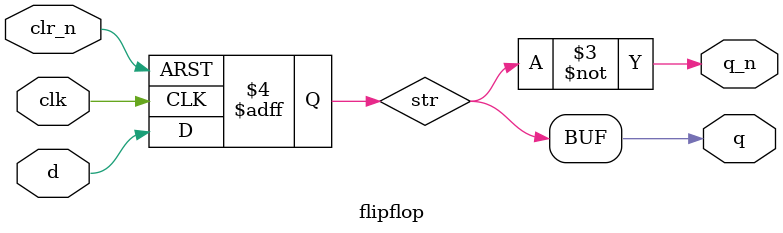
<source format=v>
`timescale 1ns / 1ps


module flipflop(
    input d,
    input clk,
    input clr_n,
    output q, q_n
    );

reg str;

always @(posedge clk, negedge clr_n) 
begin
    if (!clr_n)
        str <= 0;
    else
        str <= d;
end

assign q = str;
assign q_n = ~str;

endmodule
</source>
